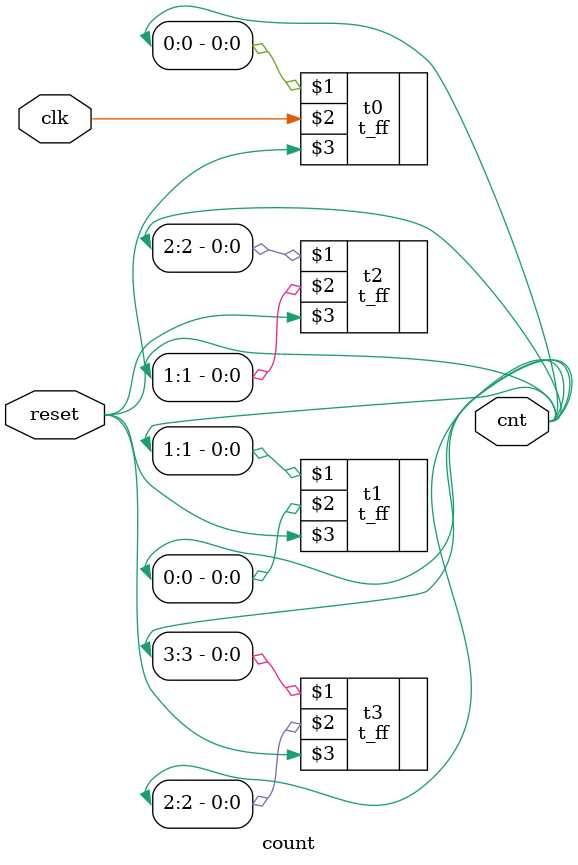
<source format=v>
module count(	output[3:0] cnt,
		input	clk,
		input	reset);

t_ff t0(cnt[0],clk,reset);
t_ff t1(cnt[1],cnt[0],reset);
t_ff t2(cnt[2],cnt[1],reset);
t_ff t3(cnt[3],cnt[2],reset);

endmodule

</source>
